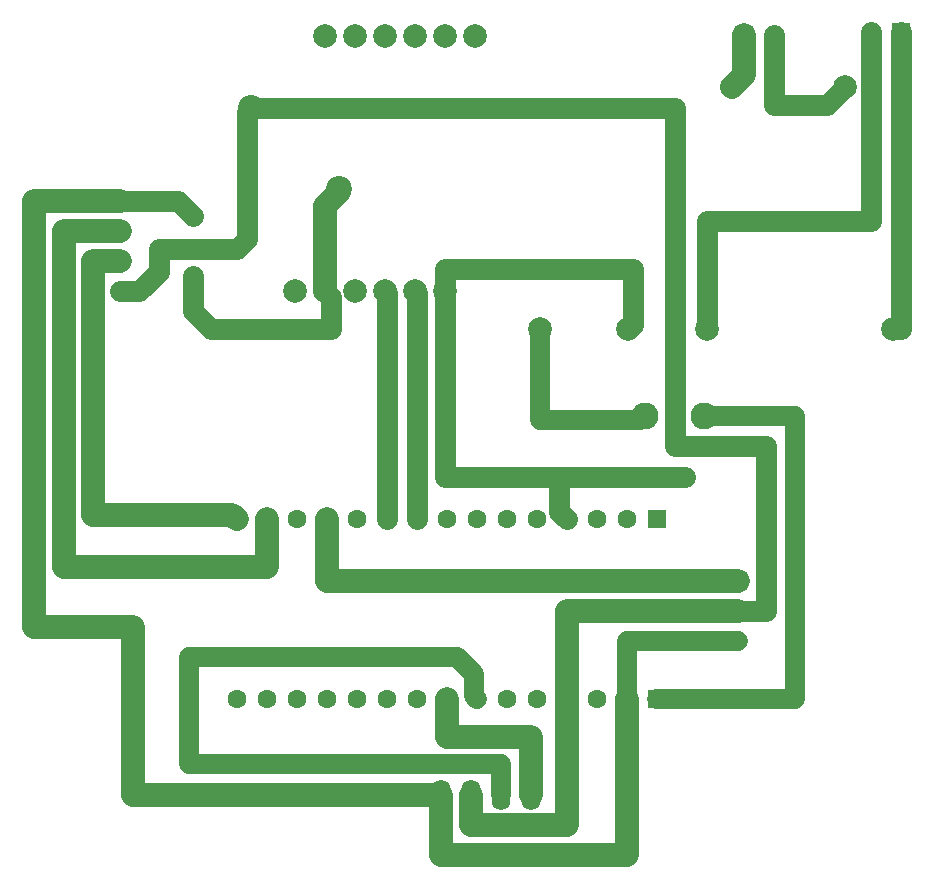
<source format=gbl>
G04 Layer: BottomLayer*
G04 EasyEDA v6.5.47, 2024-12-02 16:04:41*
G04 21ecff18f707448a99b4ba636b948567,dcd0ed1caef0489ea57f60499794c5f0,10*
G04 Gerber Generator version 0.2*
G04 Scale: 100 percent, Rotated: No, Reflected: No *
G04 Dimensions in inches *
G04 leading zeros omitted , absolute positions ,3 integer and 6 decimal *
%FSLAX36Y36*%
%MOIN*%

%ADD10C,0.0709*%
%ADD11C,0.0787*%
%ADD12C,0.0669*%
%ADD13R,0.0620X0.0620*%
%ADD14C,0.0620*%
%ADD15C,0.0600*%
%ADD16C,0.0866*%
%ADD17R,0.0630X0.0630*%
%ADD18C,0.0630*%
%ADD19O,0.06299199999999999X0.10236200000000001*%
%ADD20C,0.0900*%
%ADD21C,0.0394*%

%LPD*%
D10*
X2560000Y2770000D02*
G01*
X2560000Y2535000D01*
X2737010Y2535000D01*
X2798310Y2596300D01*
X1845000Y1295000D02*
G01*
X2265000Y1295000D01*
D11*
X379960Y2014609D02*
G01*
X290000Y2014609D01*
X290000Y1170000D01*
X755000Y1170000D01*
X770000Y1155000D01*
D10*
X1465000Y1915000D02*
G01*
X1465000Y1295000D01*
X1845000Y1295000D01*
X1845000Y1180000D01*
X1870000Y1155000D01*
D12*
X2170000Y555000D02*
G01*
X2630000Y555000D01*
X2630000Y1500000D01*
X2327997Y1500000D01*
D10*
X818729Y2526399D02*
G01*
X2230000Y2526399D01*
X2230000Y1400000D01*
X2535000Y1400000D01*
X2535000Y850000D01*
X2440000Y850000D01*
X1465000Y1915000D02*
G01*
X1465000Y1990000D01*
X2090000Y1990000D01*
X2090000Y1803339D01*
X2075870Y1789209D01*
D11*
X425000Y795000D02*
G01*
X425000Y235000D01*
X1450000Y235000D01*
X379960Y2114609D02*
G01*
X195000Y2114609D01*
X195000Y995000D01*
X870000Y995000D01*
X870000Y1155000D01*
X1450000Y235000D02*
G01*
X1450000Y35000D01*
X2070000Y35000D01*
X2070000Y280000D01*
X1870000Y555000D02*
G01*
X1870000Y135000D01*
X1550000Y135000D01*
X1550000Y235000D01*
D12*
X1650000Y235000D02*
G01*
X1650000Y340000D01*
X610000Y340000D01*
X610000Y695000D01*
X1505000Y695000D01*
X1560000Y640000D01*
X1560000Y565000D01*
X1570000Y555000D01*
D11*
X1470000Y555000D02*
G01*
X1470000Y430000D01*
X1750000Y430000D01*
X1750000Y235000D01*
D10*
X2339650Y1789209D02*
G01*
X2339650Y2150000D01*
X2885000Y2150000D01*
X2885000Y2780000D01*
D11*
X2460000Y2770000D02*
G01*
X2460000Y2635949D01*
X2420349Y2596300D01*
D10*
X379960Y1914609D02*
G01*
X444609Y1914609D01*
X510000Y1980000D01*
X510000Y2055000D01*
X770000Y2055000D01*
X805000Y2090000D01*
X805000Y2512671D01*
X818729Y2526399D01*
X1365000Y1915000D02*
G01*
X1371400Y1908598D01*
X1371400Y1156399D01*
X1270000Y1155000D02*
G01*
X1270000Y1910000D01*
X1265000Y1915000D01*
X625000Y1965000D02*
G01*
X625000Y1850000D01*
X685000Y1790000D01*
X1085000Y1790000D01*
X1085000Y1895000D01*
X1065000Y1915000D01*
X379960Y2214609D02*
G01*
X575390Y2214609D01*
X625000Y2165000D01*
D11*
X1110000Y2245000D02*
G01*
X1065000Y2200000D01*
X1065000Y1915000D01*
D12*
X1780590Y1789209D02*
G01*
X1780590Y1485000D01*
X2115000Y1485000D01*
X2130000Y1500000D01*
D11*
X1870000Y555000D02*
G01*
X1870000Y850000D01*
X2440000Y850000D01*
X1070000Y1155000D02*
G01*
X1070000Y950000D01*
X2440000Y950000D01*
D12*
X2070000Y555000D02*
G01*
X2070000Y750000D01*
X2288744Y750000D01*
X2288744Y750000D02*
G01*
X2440000Y750000D01*
D11*
X2070000Y555000D02*
G01*
X2070000Y280000D01*
D10*
X2957759Y1789209D02*
G01*
X2985000Y1789209D01*
X2985000Y2780000D01*
D11*
X379960Y2214609D02*
G01*
X95000Y2214609D01*
X95000Y795000D01*
X425000Y795000D01*
D13*
G01*
X2985000Y2780000D03*
D14*
G01*
X2885000Y2780000D03*
D13*
G01*
X2460000Y2770000D03*
D14*
G01*
X2560000Y2770000D03*
D15*
G01*
X625000Y1965000D03*
G01*
X625000Y2165000D03*
D16*
G01*
X818729Y2526399D03*
G01*
X1111270Y2253600D03*
D11*
G01*
X1565000Y2765000D03*
G01*
X1465000Y2765000D03*
G01*
X1365000Y2765000D03*
G01*
X1265000Y2765000D03*
G01*
X1165000Y2765000D03*
G01*
X1065000Y2765000D03*
G01*
X1465000Y1915000D03*
G01*
X1365000Y1915000D03*
G01*
X1265000Y1915000D03*
G01*
X1165000Y1915000D03*
G01*
X1065000Y1915000D03*
G01*
X965000Y1915000D03*
D17*
G01*
X2170000Y1155000D03*
D18*
G01*
X2070000Y555000D03*
G01*
X1870000Y555000D03*
G01*
X1670000Y555000D03*
G01*
X1470000Y555000D03*
G01*
X1270000Y555000D03*
G01*
X1070000Y555000D03*
G01*
X870000Y555000D03*
G01*
X770000Y1155000D03*
G01*
X970000Y1155000D03*
G01*
X1170000Y1155000D03*
G01*
X1370000Y1155000D03*
G01*
X1570000Y1155000D03*
G01*
X1770000Y1155000D03*
G01*
X1970000Y1155000D03*
G01*
X2070000Y1155000D03*
G01*
X1870000Y1155000D03*
G01*
X1670000Y1155000D03*
G01*
X1470000Y1155000D03*
G01*
X1270000Y1155000D03*
G01*
X1070000Y1155000D03*
G01*
X870000Y1155000D03*
G01*
X770000Y555000D03*
G01*
X970000Y555000D03*
G01*
X1170000Y555000D03*
G01*
X1370000Y555000D03*
G01*
X1570000Y555000D03*
G01*
X1770000Y555000D03*
G01*
X1970000Y555000D03*
D17*
G01*
X2170000Y555000D03*
D15*
G01*
X379960Y1914609D03*
G01*
X379960Y2014609D03*
G01*
X379960Y2114609D03*
G01*
X379960Y2214609D03*
D19*
G01*
X1450000Y235000D03*
G01*
X1550000Y235000D03*
G01*
X1650000Y235000D03*
G01*
X1750000Y235000D03*
D20*
G01*
X2130000Y1500000D03*
G01*
X2328000Y1500000D03*
D11*
G01*
X2957759Y1789209D03*
G01*
X2339650Y1789209D03*
G01*
X2798310Y2596300D03*
G01*
X2075870Y1789209D03*
G01*
X1780590Y1789209D03*
G01*
X2420349Y2596300D03*
D13*
G01*
X2440000Y950000D03*
D14*
G01*
X2440000Y850000D03*
G01*
X2440000Y750000D03*
D21*
G01*
X2288743Y750000D03*
G01*
X2265000Y1295000D03*
M02*

</source>
